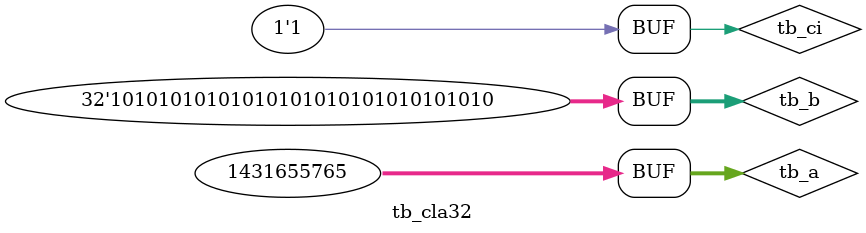
<source format=v>
`timescale 1ns/100ps //set timescale, unit/precision

module tb_cla32; // module name, tb_cla32
	reg [31:0] tb_a, tb_b; // register 32bit tb_a, tb_b
	reg tb_ci; // register 1bit tb_ci
	wire [31:0] tb_s; // 32bit wire tb_s
	wire tb_co; // 1bit wire tb_co

	
	cla32  test_cla32(.co(tb_co), .s(tb_s), .a(tb_a), .b(tb_b), .ci(tb_ci)); // use cla32 module, instance name test_cla32
	
	initial begin // verificate testcase
		tb_a=32'h00000000; tb_b=32'h00000000; tb_ci=1'b1; #10; // testcase, check first carry in
		tb_a=32'h00000001; tb_b=32'h00000000; tb_ci=1'b0; #10; //testcase, sum is correct?
		tb_a=32'h00000001; tb_b=32'h00000001; tb_ci=1'b0; #10; // testcase, carry is correctly occur?
		tb_a=32'hffffffff; tb_b=32'h00000000; tb_ci=1'b1; #10; // testcase, 32bit over, is correctly carry out occur?
		tb_a=32'b01010101010101010101010101010101; tb_b=32'b10101010101010101010101010101010; tb_ci=1'b0; #10; // test case all bits are 1
		tb_a=32'b01010101010101010101010101010101; tb_b=32'b10101010101010101010101010101010; tb_ci=1'b1; #10; // test case carry out, s occur)

	end

endmodule 
</source>
